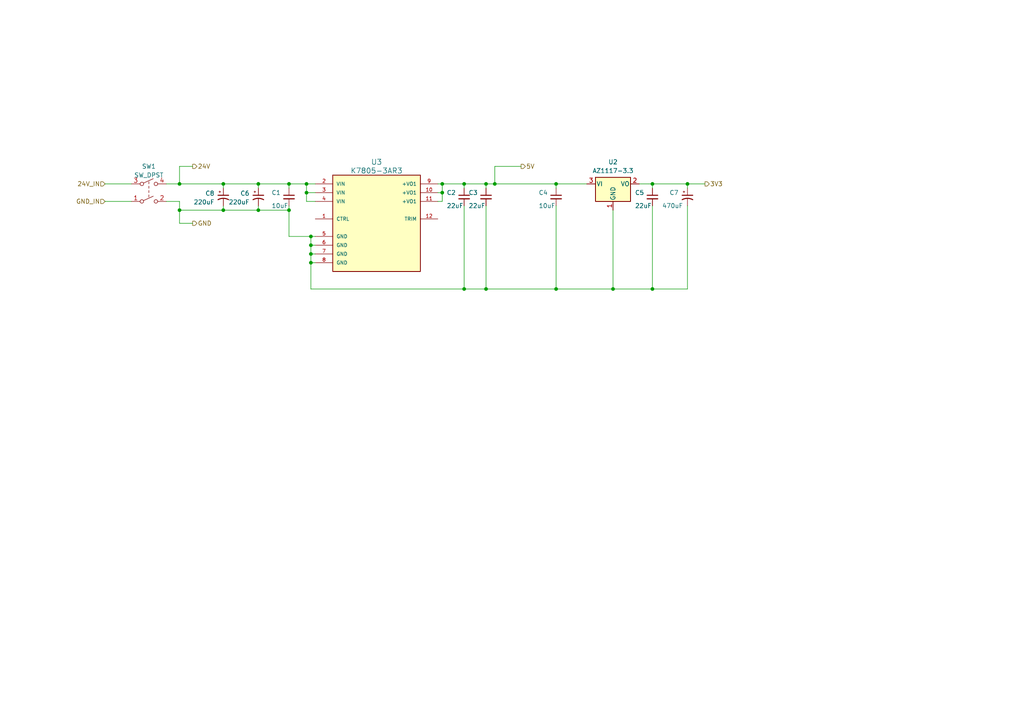
<source format=kicad_sch>
(kicad_sch (version 20230121) (generator eeschema)
  (paper "A4")
  (lib_symbols
    (symbol "1_b7parts:K7805-3AR3" (pin_names (offset 1.016))
      (property "Reference" "PS" (at -12.7 8.89 0))
      (property "Value" "K7805-3AR3" (at -12.7 -22.86 0))
      (symbol "K7805-3AR3_0_0"
        (rectangle (start -12.7 -20.32) (end 12.7 7.62) (stroke (width 0.254)) (fill (type background)))
        (pin input line (at -17.78 -5.08 0) (length 5.08) (name "CTRL") (number "1"))
        (pin passive line (at 17.78 -5.08 180) (length 5.08) (name "TRIM") (number "12"))
        (pin input line (at -17.78 5.08 0) (length 5.08) (name "VIN") (number "2"))
        (pin power_in line (at -17.78 -10.16 0) (length 5.08) (name "GND") (number "5"))
        (pin output line (at 17.78 5.08 180) (length 5.08) (name "+VO1") (number "9"))
      )
      (symbol "K7805-3AR3_1_0"
        (pin output line (at 17.78 2.54 180) (length 5.08) (name "+VO1") (number "10"))
        (pin output line (at 17.78 0 180) (length 5.08) (name "+VO1") (number "11"))
        (pin input line (at -17.78 2.54 0) (length 5.08) (name "VIN") (number "3"))
        (pin input line (at -17.78 0 0) (length 5.08) (name "VIN") (number "4"))
        (pin power_in line (at -17.78 -12.7 0) (length 5.08) (name "GND") (number "6"))
        (pin power_in line (at -17.78 -15.24 0) (length 5.08) (name "GND") (number "7"))
        (pin power_in line (at -17.78 -17.78 0) (length 5.08) (name "GND") (number "8"))
      )
    )
    (symbol "Device:C_Polarized_Small_US" (pin_numbers hide) (pin_names (offset 0.254) hide)
      (property "Reference" "C" (at 0.254 1.778 0))
      (property "Value" "C_Polarized_Small_US" (at 0.254 -2.032 0))
      (symbol "C_Polarized_Small_US_0_1"
        (polyline (pts (xy -1.524 0.508) (xy 1.524 0.508)) (stroke (width 0.3048)))
        (polyline (pts (xy -1.27 1.524) (xy -0.762 1.524)))
        (polyline (pts (xy -1.016 1.27) (xy -1.016 1.778)))
        (arc (start 1.524 -0.762) (mid 0 -0.3734) (end -1.524 -0.762) (stroke (width 0.3048)))
      )
      (symbol "C_Polarized_Small_US_1_1"
        (pin passive line (at 0 2.54 270) (length 2.032) (name "~") (number "1"))
        (pin passive line (at 0 -2.54 90) (length 2.032) (name "~") (number "2"))
      )
    )
    (symbol "Device:C_Small" (pin_numbers hide) (pin_names (offset 0.254) hide)
      (property "Reference" "C" (at 0.254 1.778 0))
      (property "Value" "C_Small" (at 0.254 -2.032 0))
      (symbol "C_Small_0_1"
        (polyline (pts (xy -1.524 -0.508) (xy 1.524 -0.508)) (stroke (width 0.3302)))
        (polyline (pts (xy -1.524 0.508) (xy 1.524 0.508)) (stroke (width 0.3048)))
      )
      (symbol "C_Small_1_1"
        (pin passive line (at 0 2.54 270) (length 2.032) (name "~") (number "1"))
        (pin passive line (at 0 -2.54 90) (length 2.032) (name "~") (number "2"))
      )
    )
    (symbol "Regulator_Linear:AZ1117-3.3" (pin_names (offset 0.254))
      (property "Reference" "U" (at -3.81 3.175 0))
      (property "Value" "AZ1117-3.3" (at 0 3.175 0))
      (symbol "AZ1117-3.3_0_1"
        (rectangle (start -5.08 1.905) (end 5.08 -5.08) (stroke (width 0.254)) (fill (type background)))
      )
      (symbol "AZ1117-3.3_1_1"
        (pin power_in line (at 0 -7.62 90) (length 2.54) (name "GND") (number "1"))
        (pin power_out line (at 7.62 0 180) (length 2.54) (name "VO") (number "2"))
        (pin power_in line (at -7.62 0 0) (length 2.54) (name "VI") (number "3"))
      )
    )
    (symbol "Switch:SW_DPST" (pin_names (offset 0) hide)
      (property "Reference" "SW" (at 0 5.08 0))
      (property "Value" "SW_DPST" (at 0 -5.08 0))
      (symbol "SW_DPST_0_0"
        (circle (center -2.032 -2.54) (radius 0.508))
        (circle (center -2.032 2.54) (radius 0.508))
        (polyline (pts (xy -1.524 -2.286) (xy 1.27 -1.016)))
        (polyline (pts (xy -1.524 2.794) (xy 1.27 4.064)))
        (polyline (pts (xy 0 -1.27) (xy 0 -0.635)))
        (polyline (pts (xy 0 0) (xy 0 0.635)))
        (polyline (pts (xy 0 1.27) (xy 0 1.905)))
        (polyline (pts (xy 0 2.54) (xy 0 3.175)))
        (circle (center 2.032 -2.54) (radius 0.508))
        (circle (center 2.032 2.54) (radius 0.508))
      )
      (symbol "SW_DPST_1_1"
        (pin passive line (at -5.08 -2.54 0) (length 2.54) (name "1") (number "1"))
        (pin passive line (at 5.08 -2.54 180) (length 2.54) (name "2") (number "2"))
        (pin passive line (at -5.08 2.54 0) (length 2.54) (name "3") (number "3"))
        (pin passive line (at 5.08 2.54 180) (length 2.54) (name "4") (number "4"))
      )
    )
  )
  (junction (at 128.27 55.88))
  (junction (at 189.23 83.82))
  (junction (at 177.8 83.82))
  (junction (at 140.97 53.34))
  (junction (at 83.82 53.34))
  (junction (at 90.17 76.2))
  (junction (at 83.82 60.96))
  (junction (at 90.17 71.12))
  (junction (at 74.93 60.96))
  (junction (at 199.39 53.34))
  (junction (at 161.29 53.34))
  (junction (at 134.62 53.34))
  (junction (at 88.9 53.34))
  (junction (at 52.07 53.34))
  (junction (at 189.23 53.34))
  (junction (at 64.77 53.34))
  (junction (at 140.97 83.82))
  (junction (at 134.62 83.82))
  (junction (at 74.93 53.34))
  (junction (at 161.29 83.82))
  (junction (at 52.07 60.96))
  (junction (at 128.27 53.34))
  (junction (at 64.77 60.96))
  (junction (at 90.17 73.66))
  (junction (at 88.9 55.88))
  (junction (at 90.17 68.58))
  (junction (at 143.51 53.34))
  (wire (pts (xy 91.44 55.88) (xy 88.9 55.88)))
  (wire (pts (xy 74.93 53.34) (xy 74.93 54.61)))
  (wire (pts (xy 83.82 53.34) (xy 88.9 53.34)))
  (wire (pts (xy 90.17 68.58) (xy 90.17 71.12)))
  (wire (pts (xy 83.82 68.58) (xy 90.17 68.58)))
  (wire (pts (xy 140.97 83.82) (xy 134.62 83.82)))
  (wire (pts (xy 161.29 59.69) (xy 161.29 83.82)))
  (wire (pts (xy 134.62 53.34) (xy 140.97 53.34)))
  (wire (pts (xy 91.44 71.12) (xy 90.17 71.12)))
  (wire (pts (xy 88.9 55.88) (xy 88.9 53.34)))
  (wire (pts (xy 52.07 64.77) (xy 52.07 60.96)))
  (wire (pts (xy 143.51 53.34) (xy 161.29 53.34)))
  (wire (pts (xy 128.27 55.88) (xy 128.27 53.34)))
  (wire (pts (xy 140.97 53.34) (xy 143.51 53.34)))
  (wire (pts (xy 161.29 83.82) (xy 140.97 83.82)))
  (wire (pts (xy 90.17 73.66) (xy 90.17 76.2)))
  (wire (pts (xy 88.9 58.42) (xy 88.9 55.88)))
  (wire (pts (xy 140.97 53.34) (xy 140.97 54.61)))
  (wire (pts (xy 74.93 59.69) (xy 74.93 60.96)))
  (wire (pts (xy 90.17 83.82) (xy 90.17 76.2)))
  (wire (pts (xy 189.23 59.69) (xy 189.23 83.82)))
  (wire (pts (xy 127 53.34) (xy 128.27 53.34)))
  (wire (pts (xy 143.51 48.26) (xy 151.13 48.26)))
  (wire (pts (xy 55.88 48.26) (xy 52.07 48.26)))
  (wire (pts (xy 88.9 53.34) (xy 91.44 53.34)))
  (wire (pts (xy 177.8 60.96) (xy 177.8 83.82)))
  (wire (pts (xy 90.17 76.2) (xy 91.44 76.2)))
  (wire (pts (xy 74.93 53.34) (xy 83.82 53.34)))
  (wire (pts (xy 90.17 71.12) (xy 90.17 73.66)))
  (wire (pts (xy 199.39 83.82) (xy 189.23 83.82)))
  (wire (pts (xy 64.77 53.34) (xy 64.77 54.61)))
  (wire (pts (xy 127 55.88) (xy 128.27 55.88)))
  (wire (pts (xy 134.62 59.69) (xy 134.62 83.82)))
  (wire (pts (xy 134.62 53.34) (xy 134.62 54.61)))
  (wire (pts (xy 48.26 58.42) (xy 52.07 58.42)))
  (wire (pts (xy 55.88 64.77) (xy 52.07 64.77)))
  (wire (pts (xy 185.42 53.34) (xy 189.23 53.34)))
  (wire (pts (xy 83.82 59.69) (xy 83.82 60.96)))
  (wire (pts (xy 161.29 53.34) (xy 161.29 54.61)))
  (wire (pts (xy 64.77 53.34) (xy 74.93 53.34)))
  (wire (pts (xy 199.39 53.34) (xy 204.47 53.34)))
  (wire (pts (xy 83.82 60.96) (xy 83.82 68.58)))
  (wire (pts (xy 52.07 60.96) (xy 52.07 58.42)))
  (wire (pts (xy 30.48 53.34) (xy 38.1 53.34)))
  (wire (pts (xy 161.29 53.34) (xy 170.18 53.34)))
  (wire (pts (xy 128.27 58.42) (xy 128.27 55.88)))
  (wire (pts (xy 199.39 59.69) (xy 199.39 83.82)))
  (wire (pts (xy 30.48 58.42) (xy 38.1 58.42)))
  (wire (pts (xy 143.51 48.26) (xy 143.51 53.34)))
  (wire (pts (xy 177.8 83.82) (xy 161.29 83.82)))
  (wire (pts (xy 128.27 53.34) (xy 134.62 53.34)))
  (wire (pts (xy 189.23 53.34) (xy 199.39 53.34)))
  (wire (pts (xy 64.77 59.69) (xy 64.77 60.96)))
  (wire (pts (xy 74.93 60.96) (xy 83.82 60.96)))
  (wire (pts (xy 52.07 48.26) (xy 52.07 53.34)))
  (wire (pts (xy 91.44 68.58) (xy 90.17 68.58)))
  (wire (pts (xy 134.62 83.82) (xy 90.17 83.82)))
  (wire (pts (xy 52.07 60.96) (xy 64.77 60.96)))
  (wire (pts (xy 189.23 83.82) (xy 177.8 83.82)))
  (wire (pts (xy 83.82 53.34) (xy 83.82 54.61)))
  (wire (pts (xy 48.26 53.34) (xy 52.07 53.34)))
  (wire (pts (xy 91.44 73.66) (xy 90.17 73.66)))
  (wire (pts (xy 140.97 59.69) (xy 140.97 83.82)))
  (wire (pts (xy 199.39 53.34) (xy 199.39 54.61)))
  (wire (pts (xy 127 58.42) (xy 128.27 58.42)))
  (wire (pts (xy 91.44 58.42) (xy 88.9 58.42)))
  (wire (pts (xy 189.23 53.34) (xy 189.23 54.61)))
  (wire (pts (xy 64.77 60.96) (xy 74.93 60.96)))
  (wire (pts (xy 52.07 53.34) (xy 64.77 53.34)))
  (hierarchical_label "24V_IN" (shape input) (at 30.48 53.34 180))
  (hierarchical_label "GND" (shape output) (at 55.88 64.77 0))
  (hierarchical_label "3V3" (shape output) (at 204.47 53.34 0))
  (hierarchical_label "GND_IN" (shape input) (at 30.48 58.42 180))
  (hierarchical_label "5V" (shape output) (at 151.13 48.26 0))
  (hierarchical_label "24V" (shape output) (at 55.88 48.26 0))
  (symbol (lib_id "Device:C_Small") (at 140.97 57.15 0) (unit 1)
    (property "Reference" "C3" (at 135.89 55.88 0) (effects (justify left)))
    (property "Value" "22uF" (at 135.89 59.69 0) (effects (justify left)))
  )
  (symbol (lib_id "1_b7parts:K7805-3AR3") (at 109.22 58.42 0) (unit 1)
    (property "Reference" "U3" (at 109.22 46.99 0) (effects (font (size 1.524 1.524))))
    (property "Value" "K7805-3AR3" (at 109.22 49.53 0) (effects (font (size 1.524 1.524))))
    (property "Footprint" "K7805-3AR3:CONV_K7805-3AR3" (effects hide))
    (property "Datasheet" "K7805-3AR3" (effects hide))
    (property "PARTREV" "2021.01.29-A/2" (effects hide))
    (property "STANDARD" "Manufacturer Recommendations" (effects hide))
    (property "MAXIMUM_PACKAGE_HEIGHT" "15.35 mm" (effects hide))
    (property "MANUFACTURER" "Mornsun" (effects hide))
    (instances (project "openpnp-controller-1.0" (path "" (reference "U3") (unit 1)) (path "" (reference "U2") (unit 1))))
  )
  (symbol (lib_id "Regulator_Linear:AZ1117-3.3") (at 177.8 53.34 0) (unit 1)
    (property "Reference" "U2" (at 177.8 46.99 0))
    (property "Value" "AZ1117-3.3" (at 177.8 49.53 0))
    (property "Datasheet" "https://www.diodes.com/assets/Datasheets/AZ1117.pdf" (effects hide))
    (instances (project "openpnp-controller-1.0" (path "" (reference "U2") (unit 1)) (path "" (reference "U3") (unit 1))))
  )
  (symbol (lib_id "Device:C_Small") (at 161.29 57.15 0) (unit 1)
    (property "Reference" "C4" (at 156.21 55.88 0) (effects (justify left)))
    (property "Value" "10uF" (at 156.21 59.69 0) (effects (justify left)))
  )
  (symbol (lib_id "Device:C_Small") (at 83.82 57.15 0) (unit 1)
    (property "Reference" "C1" (at 78.74 55.88 0) (effects (justify left)))
    (property "Value" "10uF" (at 78.74 59.69 0) (effects (justify left)))
  )
  (symbol (lib_id "Device:C_Small") (at 189.23 57.15 0) (unit 1)
    (property "Reference" "C5" (at 184.15 55.88 0) (effects (justify left)))
    (property "Value" "22uF" (at 184.15 59.69 0) (effects (justify left)))
  )
  (symbol (lib_id "Switch:SW_DPST") (at 43.18 55.88 0) (unit 1)
    (property "Reference" "SW1" (at 43.18 48.26 0))
    (property "Value" "SW_DPST" (at 43.18 50.8 0))
  )
  (symbol (lib_id "Device:C_Polarized_Small_US") (at 199.39 57.15 0) (unit 1)
    (property "Reference" "C7" (at 196.85 55.88 0) (effects (justify right)))
    (property "Value" "470uF" (at 198.12 59.69 0) (effects (justify right)))
  )
  (symbol (lib_id "Device:C_Polarized_Small_US") (at 64.77 57.15 0) (unit 1)
    (property "Reference" "C8" (at 62.23 56.0832 0) (effects (justify right)))
    (property "Value" "220uF" (at 62.23 58.6232 0) (effects (justify right)))
  )
  (symbol (lib_id "Device:C_Polarized_Small_US") (at 74.93 57.15 0) (unit 1)
    (property "Reference" "C6" (at 72.39 56.0832 0) (effects (justify right)))
    (property "Value" "220uF" (at 72.39 58.6232 0) (effects (justify right)))
  )
  (symbol (lib_id "Device:C_Small") (at 134.62 57.15 0) (unit 1)
    (property "Reference" "C2" (at 129.54 55.88 0) (effects (justify left)))
    (property "Value" "22uF" (at 129.54 59.69 0) (effects (justify left)))
  )
)
</source>
